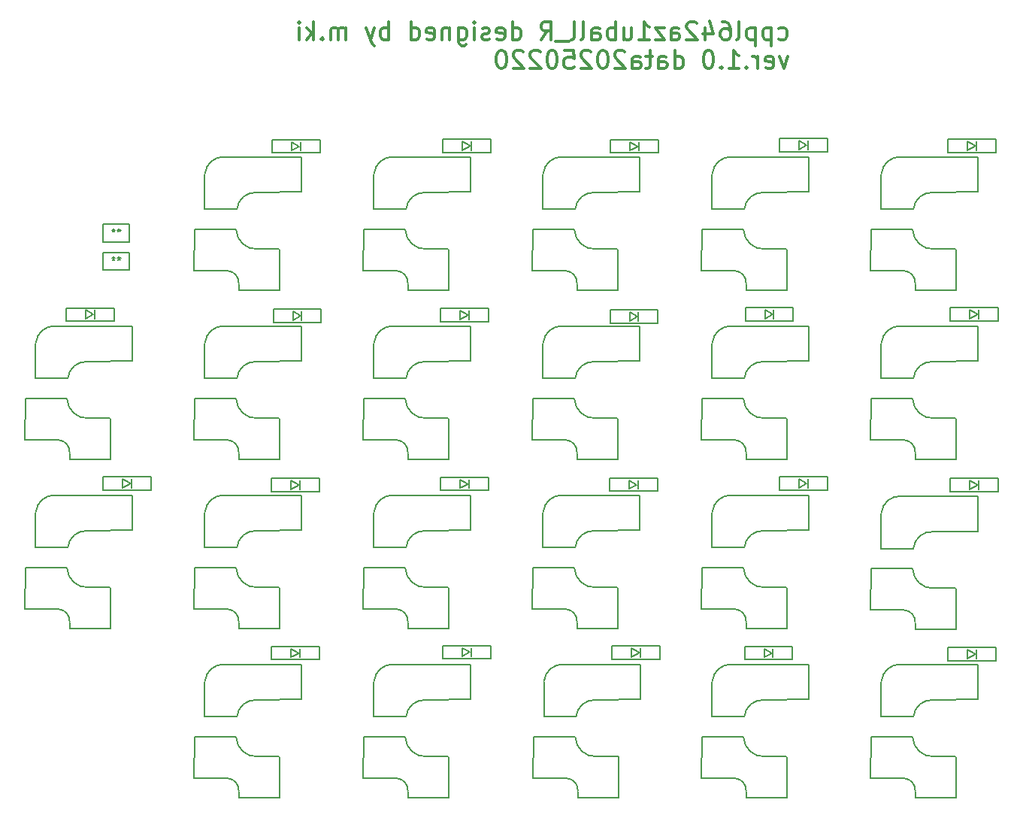
<source format=gbr>
%TF.GenerationSoftware,KiCad,Pcbnew,8.0.7*%
%TF.CreationDate,2025-02-20T17:21:25+09:00*%
%TF.ProjectId,cool642az1uball_R,636f6f6c-3634-4326-917a-317562616c6c,rev?*%
%TF.SameCoordinates,Original*%
%TF.FileFunction,Legend,Bot*%
%TF.FilePolarity,Positive*%
%FSLAX46Y46*%
G04 Gerber Fmt 4.6, Leading zero omitted, Abs format (unit mm)*
G04 Created by KiCad (PCBNEW 8.0.7) date 2025-02-20 17:21:25*
%MOMM*%
%LPD*%
G01*
G04 APERTURE LIST*
%ADD10C,0.300000*%
%ADD11C,0.150000*%
G04 APERTURE END LIST*
D10*
X58549298Y20105488D02*
X58739774Y20010249D01*
X58739774Y20010249D02*
X59120727Y20010249D01*
X59120727Y20010249D02*
X59311203Y20105488D01*
X59311203Y20105488D02*
X59406441Y20200726D01*
X59406441Y20200726D02*
X59501679Y20391202D01*
X59501679Y20391202D02*
X59501679Y20962630D01*
X59501679Y20962630D02*
X59406441Y21153107D01*
X59406441Y21153107D02*
X59311203Y21248345D01*
X59311203Y21248345D02*
X59120727Y21343583D01*
X59120727Y21343583D02*
X58739774Y21343583D01*
X58739774Y21343583D02*
X58549298Y21248345D01*
X57692155Y21343583D02*
X57692155Y19343583D01*
X57692155Y21248345D02*
X57501679Y21343583D01*
X57501679Y21343583D02*
X57120726Y21343583D01*
X57120726Y21343583D02*
X56930250Y21248345D01*
X56930250Y21248345D02*
X56835012Y21153107D01*
X56835012Y21153107D02*
X56739774Y20962630D01*
X56739774Y20962630D02*
X56739774Y20391202D01*
X56739774Y20391202D02*
X56835012Y20200726D01*
X56835012Y20200726D02*
X56930250Y20105488D01*
X56930250Y20105488D02*
X57120726Y20010249D01*
X57120726Y20010249D02*
X57501679Y20010249D01*
X57501679Y20010249D02*
X57692155Y20105488D01*
X55882631Y21343583D02*
X55882631Y19343583D01*
X55882631Y21248345D02*
X55692155Y21343583D01*
X55692155Y21343583D02*
X55311202Y21343583D01*
X55311202Y21343583D02*
X55120726Y21248345D01*
X55120726Y21248345D02*
X55025488Y21153107D01*
X55025488Y21153107D02*
X54930250Y20962630D01*
X54930250Y20962630D02*
X54930250Y20391202D01*
X54930250Y20391202D02*
X55025488Y20200726D01*
X55025488Y20200726D02*
X55120726Y20105488D01*
X55120726Y20105488D02*
X55311202Y20010249D01*
X55311202Y20010249D02*
X55692155Y20010249D01*
X55692155Y20010249D02*
X55882631Y20105488D01*
X53787393Y20010249D02*
X53977869Y20105488D01*
X53977869Y20105488D02*
X54073107Y20295964D01*
X54073107Y20295964D02*
X54073107Y22010249D01*
X52168345Y22010249D02*
X52549298Y22010249D01*
X52549298Y22010249D02*
X52739774Y21915011D01*
X52739774Y21915011D02*
X52835012Y21819773D01*
X52835012Y21819773D02*
X53025488Y21534059D01*
X53025488Y21534059D02*
X53120726Y21153107D01*
X53120726Y21153107D02*
X53120726Y20391202D01*
X53120726Y20391202D02*
X53025488Y20200726D01*
X53025488Y20200726D02*
X52930250Y20105488D01*
X52930250Y20105488D02*
X52739774Y20010249D01*
X52739774Y20010249D02*
X52358821Y20010249D01*
X52358821Y20010249D02*
X52168345Y20105488D01*
X52168345Y20105488D02*
X52073107Y20200726D01*
X52073107Y20200726D02*
X51977869Y20391202D01*
X51977869Y20391202D02*
X51977869Y20867392D01*
X51977869Y20867392D02*
X52073107Y21057868D01*
X52073107Y21057868D02*
X52168345Y21153107D01*
X52168345Y21153107D02*
X52358821Y21248345D01*
X52358821Y21248345D02*
X52739774Y21248345D01*
X52739774Y21248345D02*
X52930250Y21153107D01*
X52930250Y21153107D02*
X53025488Y21057868D01*
X53025488Y21057868D02*
X53120726Y20867392D01*
X50263583Y21343583D02*
X50263583Y20010249D01*
X50739774Y22105488D02*
X51215964Y20676916D01*
X51215964Y20676916D02*
X49977869Y20676916D01*
X49311202Y21819773D02*
X49215964Y21915011D01*
X49215964Y21915011D02*
X49025488Y22010249D01*
X49025488Y22010249D02*
X48549297Y22010249D01*
X48549297Y22010249D02*
X48358821Y21915011D01*
X48358821Y21915011D02*
X48263583Y21819773D01*
X48263583Y21819773D02*
X48168345Y21629297D01*
X48168345Y21629297D02*
X48168345Y21438821D01*
X48168345Y21438821D02*
X48263583Y21153107D01*
X48263583Y21153107D02*
X49406440Y20010249D01*
X49406440Y20010249D02*
X48168345Y20010249D01*
X46454059Y20010249D02*
X46454059Y21057868D01*
X46454059Y21057868D02*
X46549297Y21248345D01*
X46549297Y21248345D02*
X46739773Y21343583D01*
X46739773Y21343583D02*
X47120726Y21343583D01*
X47120726Y21343583D02*
X47311202Y21248345D01*
X46454059Y20105488D02*
X46644535Y20010249D01*
X46644535Y20010249D02*
X47120726Y20010249D01*
X47120726Y20010249D02*
X47311202Y20105488D01*
X47311202Y20105488D02*
X47406440Y20295964D01*
X47406440Y20295964D02*
X47406440Y20486440D01*
X47406440Y20486440D02*
X47311202Y20676916D01*
X47311202Y20676916D02*
X47120726Y20772154D01*
X47120726Y20772154D02*
X46644535Y20772154D01*
X46644535Y20772154D02*
X46454059Y20867392D01*
X45692154Y21343583D02*
X44644535Y21343583D01*
X44644535Y21343583D02*
X45692154Y20010249D01*
X45692154Y20010249D02*
X44644535Y20010249D01*
X42835011Y20010249D02*
X43977868Y20010249D01*
X43406440Y20010249D02*
X43406440Y22010249D01*
X43406440Y22010249D02*
X43596916Y21724535D01*
X43596916Y21724535D02*
X43787392Y21534059D01*
X43787392Y21534059D02*
X43977868Y21438821D01*
X41120725Y21343583D02*
X41120725Y20010249D01*
X41977868Y21343583D02*
X41977868Y20295964D01*
X41977868Y20295964D02*
X41882630Y20105488D01*
X41882630Y20105488D02*
X41692154Y20010249D01*
X41692154Y20010249D02*
X41406439Y20010249D01*
X41406439Y20010249D02*
X41215963Y20105488D01*
X41215963Y20105488D02*
X41120725Y20200726D01*
X40168344Y20010249D02*
X40168344Y22010249D01*
X40168344Y21248345D02*
X39977868Y21343583D01*
X39977868Y21343583D02*
X39596915Y21343583D01*
X39596915Y21343583D02*
X39406439Y21248345D01*
X39406439Y21248345D02*
X39311201Y21153107D01*
X39311201Y21153107D02*
X39215963Y20962630D01*
X39215963Y20962630D02*
X39215963Y20391202D01*
X39215963Y20391202D02*
X39311201Y20200726D01*
X39311201Y20200726D02*
X39406439Y20105488D01*
X39406439Y20105488D02*
X39596915Y20010249D01*
X39596915Y20010249D02*
X39977868Y20010249D01*
X39977868Y20010249D02*
X40168344Y20105488D01*
X37501677Y20010249D02*
X37501677Y21057868D01*
X37501677Y21057868D02*
X37596915Y21248345D01*
X37596915Y21248345D02*
X37787391Y21343583D01*
X37787391Y21343583D02*
X38168344Y21343583D01*
X38168344Y21343583D02*
X38358820Y21248345D01*
X37501677Y20105488D02*
X37692153Y20010249D01*
X37692153Y20010249D02*
X38168344Y20010249D01*
X38168344Y20010249D02*
X38358820Y20105488D01*
X38358820Y20105488D02*
X38454058Y20295964D01*
X38454058Y20295964D02*
X38454058Y20486440D01*
X38454058Y20486440D02*
X38358820Y20676916D01*
X38358820Y20676916D02*
X38168344Y20772154D01*
X38168344Y20772154D02*
X37692153Y20772154D01*
X37692153Y20772154D02*
X37501677Y20867392D01*
X36263582Y20010249D02*
X36454058Y20105488D01*
X36454058Y20105488D02*
X36549296Y20295964D01*
X36549296Y20295964D02*
X36549296Y22010249D01*
X35215963Y20010249D02*
X35406439Y20105488D01*
X35406439Y20105488D02*
X35501677Y20295964D01*
X35501677Y20295964D02*
X35501677Y22010249D01*
X34930249Y19819773D02*
X33406439Y19819773D01*
X31787391Y20010249D02*
X32454058Y20962630D01*
X32930248Y20010249D02*
X32930248Y22010249D01*
X32930248Y22010249D02*
X32168343Y22010249D01*
X32168343Y22010249D02*
X31977867Y21915011D01*
X31977867Y21915011D02*
X31882629Y21819773D01*
X31882629Y21819773D02*
X31787391Y21629297D01*
X31787391Y21629297D02*
X31787391Y21343583D01*
X31787391Y21343583D02*
X31882629Y21153107D01*
X31882629Y21153107D02*
X31977867Y21057868D01*
X31977867Y21057868D02*
X32168343Y20962630D01*
X32168343Y20962630D02*
X32930248Y20962630D01*
X28549295Y20010249D02*
X28549295Y22010249D01*
X28549295Y20105488D02*
X28739771Y20010249D01*
X28739771Y20010249D02*
X29120724Y20010249D01*
X29120724Y20010249D02*
X29311200Y20105488D01*
X29311200Y20105488D02*
X29406438Y20200726D01*
X29406438Y20200726D02*
X29501676Y20391202D01*
X29501676Y20391202D02*
X29501676Y20962630D01*
X29501676Y20962630D02*
X29406438Y21153107D01*
X29406438Y21153107D02*
X29311200Y21248345D01*
X29311200Y21248345D02*
X29120724Y21343583D01*
X29120724Y21343583D02*
X28739771Y21343583D01*
X28739771Y21343583D02*
X28549295Y21248345D01*
X26835009Y20105488D02*
X27025485Y20010249D01*
X27025485Y20010249D02*
X27406438Y20010249D01*
X27406438Y20010249D02*
X27596914Y20105488D01*
X27596914Y20105488D02*
X27692152Y20295964D01*
X27692152Y20295964D02*
X27692152Y21057868D01*
X27692152Y21057868D02*
X27596914Y21248345D01*
X27596914Y21248345D02*
X27406438Y21343583D01*
X27406438Y21343583D02*
X27025485Y21343583D01*
X27025485Y21343583D02*
X26835009Y21248345D01*
X26835009Y21248345D02*
X26739771Y21057868D01*
X26739771Y21057868D02*
X26739771Y20867392D01*
X26739771Y20867392D02*
X27692152Y20676916D01*
X25977866Y20105488D02*
X25787390Y20010249D01*
X25787390Y20010249D02*
X25406438Y20010249D01*
X25406438Y20010249D02*
X25215961Y20105488D01*
X25215961Y20105488D02*
X25120723Y20295964D01*
X25120723Y20295964D02*
X25120723Y20391202D01*
X25120723Y20391202D02*
X25215961Y20581678D01*
X25215961Y20581678D02*
X25406438Y20676916D01*
X25406438Y20676916D02*
X25692152Y20676916D01*
X25692152Y20676916D02*
X25882628Y20772154D01*
X25882628Y20772154D02*
X25977866Y20962630D01*
X25977866Y20962630D02*
X25977866Y21057868D01*
X25977866Y21057868D02*
X25882628Y21248345D01*
X25882628Y21248345D02*
X25692152Y21343583D01*
X25692152Y21343583D02*
X25406438Y21343583D01*
X25406438Y21343583D02*
X25215961Y21248345D01*
X24263580Y20010249D02*
X24263580Y21343583D01*
X24263580Y22010249D02*
X24358818Y21915011D01*
X24358818Y21915011D02*
X24263580Y21819773D01*
X24263580Y21819773D02*
X24168342Y21915011D01*
X24168342Y21915011D02*
X24263580Y22010249D01*
X24263580Y22010249D02*
X24263580Y21819773D01*
X22454056Y21343583D02*
X22454056Y19724535D01*
X22454056Y19724535D02*
X22549294Y19534059D01*
X22549294Y19534059D02*
X22644532Y19438821D01*
X22644532Y19438821D02*
X22835009Y19343583D01*
X22835009Y19343583D02*
X23120723Y19343583D01*
X23120723Y19343583D02*
X23311199Y19438821D01*
X22454056Y20105488D02*
X22644532Y20010249D01*
X22644532Y20010249D02*
X23025485Y20010249D01*
X23025485Y20010249D02*
X23215961Y20105488D01*
X23215961Y20105488D02*
X23311199Y20200726D01*
X23311199Y20200726D02*
X23406437Y20391202D01*
X23406437Y20391202D02*
X23406437Y20962630D01*
X23406437Y20962630D02*
X23311199Y21153107D01*
X23311199Y21153107D02*
X23215961Y21248345D01*
X23215961Y21248345D02*
X23025485Y21343583D01*
X23025485Y21343583D02*
X22644532Y21343583D01*
X22644532Y21343583D02*
X22454056Y21248345D01*
X21501675Y21343583D02*
X21501675Y20010249D01*
X21501675Y21153107D02*
X21406437Y21248345D01*
X21406437Y21248345D02*
X21215961Y21343583D01*
X21215961Y21343583D02*
X20930246Y21343583D01*
X20930246Y21343583D02*
X20739770Y21248345D01*
X20739770Y21248345D02*
X20644532Y21057868D01*
X20644532Y21057868D02*
X20644532Y20010249D01*
X18930246Y20105488D02*
X19120722Y20010249D01*
X19120722Y20010249D02*
X19501675Y20010249D01*
X19501675Y20010249D02*
X19692151Y20105488D01*
X19692151Y20105488D02*
X19787389Y20295964D01*
X19787389Y20295964D02*
X19787389Y21057868D01*
X19787389Y21057868D02*
X19692151Y21248345D01*
X19692151Y21248345D02*
X19501675Y21343583D01*
X19501675Y21343583D02*
X19120722Y21343583D01*
X19120722Y21343583D02*
X18930246Y21248345D01*
X18930246Y21248345D02*
X18835008Y21057868D01*
X18835008Y21057868D02*
X18835008Y20867392D01*
X18835008Y20867392D02*
X19787389Y20676916D01*
X17120722Y20010249D02*
X17120722Y22010249D01*
X17120722Y20105488D02*
X17311198Y20010249D01*
X17311198Y20010249D02*
X17692151Y20010249D01*
X17692151Y20010249D02*
X17882627Y20105488D01*
X17882627Y20105488D02*
X17977865Y20200726D01*
X17977865Y20200726D02*
X18073103Y20391202D01*
X18073103Y20391202D02*
X18073103Y20962630D01*
X18073103Y20962630D02*
X17977865Y21153107D01*
X17977865Y21153107D02*
X17882627Y21248345D01*
X17882627Y21248345D02*
X17692151Y21343583D01*
X17692151Y21343583D02*
X17311198Y21343583D01*
X17311198Y21343583D02*
X17120722Y21248345D01*
X14644531Y20010249D02*
X14644531Y22010249D01*
X14644531Y21248345D02*
X14454055Y21343583D01*
X14454055Y21343583D02*
X14073102Y21343583D01*
X14073102Y21343583D02*
X13882626Y21248345D01*
X13882626Y21248345D02*
X13787388Y21153107D01*
X13787388Y21153107D02*
X13692150Y20962630D01*
X13692150Y20962630D02*
X13692150Y20391202D01*
X13692150Y20391202D02*
X13787388Y20200726D01*
X13787388Y20200726D02*
X13882626Y20105488D01*
X13882626Y20105488D02*
X14073102Y20010249D01*
X14073102Y20010249D02*
X14454055Y20010249D01*
X14454055Y20010249D02*
X14644531Y20105488D01*
X13025483Y21343583D02*
X12549293Y20010249D01*
X12073102Y21343583D02*
X12549293Y20010249D01*
X12549293Y20010249D02*
X12739769Y19534059D01*
X12739769Y19534059D02*
X12835007Y19438821D01*
X12835007Y19438821D02*
X13025483Y19343583D01*
X9787387Y20010249D02*
X9787387Y21343583D01*
X9787387Y21153107D02*
X9692149Y21248345D01*
X9692149Y21248345D02*
X9501673Y21343583D01*
X9501673Y21343583D02*
X9215958Y21343583D01*
X9215958Y21343583D02*
X9025482Y21248345D01*
X9025482Y21248345D02*
X8930244Y21057868D01*
X8930244Y21057868D02*
X8930244Y20010249D01*
X8930244Y21057868D02*
X8835006Y21248345D01*
X8835006Y21248345D02*
X8644530Y21343583D01*
X8644530Y21343583D02*
X8358816Y21343583D01*
X8358816Y21343583D02*
X8168339Y21248345D01*
X8168339Y21248345D02*
X8073101Y21057868D01*
X8073101Y21057868D02*
X8073101Y20010249D01*
X7120720Y20200726D02*
X7025482Y20105488D01*
X7025482Y20105488D02*
X7120720Y20010249D01*
X7120720Y20010249D02*
X7215958Y20105488D01*
X7215958Y20105488D02*
X7120720Y20200726D01*
X7120720Y20200726D02*
X7120720Y20010249D01*
X6168339Y20010249D02*
X6168339Y22010249D01*
X5977863Y20772154D02*
X5406434Y20010249D01*
X5406434Y21343583D02*
X6168339Y20581678D01*
X4549291Y20010249D02*
X4549291Y21343583D01*
X4549291Y22010249D02*
X4644529Y21915011D01*
X4644529Y21915011D02*
X4549291Y21819773D01*
X4549291Y21819773D02*
X4454053Y21915011D01*
X4454053Y21915011D02*
X4549291Y22010249D01*
X4549291Y22010249D02*
X4549291Y21819773D01*
X59596917Y18123695D02*
X59120727Y16790361D01*
X59120727Y16790361D02*
X58644536Y18123695D01*
X57120726Y16885600D02*
X57311202Y16790361D01*
X57311202Y16790361D02*
X57692155Y16790361D01*
X57692155Y16790361D02*
X57882631Y16885600D01*
X57882631Y16885600D02*
X57977869Y17076076D01*
X57977869Y17076076D02*
X57977869Y17837980D01*
X57977869Y17837980D02*
X57882631Y18028457D01*
X57882631Y18028457D02*
X57692155Y18123695D01*
X57692155Y18123695D02*
X57311202Y18123695D01*
X57311202Y18123695D02*
X57120726Y18028457D01*
X57120726Y18028457D02*
X57025488Y17837980D01*
X57025488Y17837980D02*
X57025488Y17647504D01*
X57025488Y17647504D02*
X57977869Y17457028D01*
X56168345Y16790361D02*
X56168345Y18123695D01*
X56168345Y17742742D02*
X56073107Y17933219D01*
X56073107Y17933219D02*
X55977869Y18028457D01*
X55977869Y18028457D02*
X55787393Y18123695D01*
X55787393Y18123695D02*
X55596916Y18123695D01*
X54930250Y16980838D02*
X54835012Y16885600D01*
X54835012Y16885600D02*
X54930250Y16790361D01*
X54930250Y16790361D02*
X55025488Y16885600D01*
X55025488Y16885600D02*
X54930250Y16980838D01*
X54930250Y16980838D02*
X54930250Y16790361D01*
X52930250Y16790361D02*
X54073107Y16790361D01*
X53501679Y16790361D02*
X53501679Y18790361D01*
X53501679Y18790361D02*
X53692155Y18504647D01*
X53692155Y18504647D02*
X53882631Y18314171D01*
X53882631Y18314171D02*
X54073107Y18218933D01*
X52073107Y16980838D02*
X51977869Y16885600D01*
X51977869Y16885600D02*
X52073107Y16790361D01*
X52073107Y16790361D02*
X52168345Y16885600D01*
X52168345Y16885600D02*
X52073107Y16980838D01*
X52073107Y16980838D02*
X52073107Y16790361D01*
X50739774Y18790361D02*
X50549297Y18790361D01*
X50549297Y18790361D02*
X50358821Y18695123D01*
X50358821Y18695123D02*
X50263583Y18599885D01*
X50263583Y18599885D02*
X50168345Y18409409D01*
X50168345Y18409409D02*
X50073107Y18028457D01*
X50073107Y18028457D02*
X50073107Y17552266D01*
X50073107Y17552266D02*
X50168345Y17171314D01*
X50168345Y17171314D02*
X50263583Y16980838D01*
X50263583Y16980838D02*
X50358821Y16885600D01*
X50358821Y16885600D02*
X50549297Y16790361D01*
X50549297Y16790361D02*
X50739774Y16790361D01*
X50739774Y16790361D02*
X50930250Y16885600D01*
X50930250Y16885600D02*
X51025488Y16980838D01*
X51025488Y16980838D02*
X51120726Y17171314D01*
X51120726Y17171314D02*
X51215964Y17552266D01*
X51215964Y17552266D02*
X51215964Y18028457D01*
X51215964Y18028457D02*
X51120726Y18409409D01*
X51120726Y18409409D02*
X51025488Y18599885D01*
X51025488Y18599885D02*
X50930250Y18695123D01*
X50930250Y18695123D02*
X50739774Y18790361D01*
X46835011Y16790361D02*
X46835011Y18790361D01*
X46835011Y16885600D02*
X47025487Y16790361D01*
X47025487Y16790361D02*
X47406440Y16790361D01*
X47406440Y16790361D02*
X47596916Y16885600D01*
X47596916Y16885600D02*
X47692154Y16980838D01*
X47692154Y16980838D02*
X47787392Y17171314D01*
X47787392Y17171314D02*
X47787392Y17742742D01*
X47787392Y17742742D02*
X47692154Y17933219D01*
X47692154Y17933219D02*
X47596916Y18028457D01*
X47596916Y18028457D02*
X47406440Y18123695D01*
X47406440Y18123695D02*
X47025487Y18123695D01*
X47025487Y18123695D02*
X46835011Y18028457D01*
X45025487Y16790361D02*
X45025487Y17837980D01*
X45025487Y17837980D02*
X45120725Y18028457D01*
X45120725Y18028457D02*
X45311201Y18123695D01*
X45311201Y18123695D02*
X45692154Y18123695D01*
X45692154Y18123695D02*
X45882630Y18028457D01*
X45025487Y16885600D02*
X45215963Y16790361D01*
X45215963Y16790361D02*
X45692154Y16790361D01*
X45692154Y16790361D02*
X45882630Y16885600D01*
X45882630Y16885600D02*
X45977868Y17076076D01*
X45977868Y17076076D02*
X45977868Y17266552D01*
X45977868Y17266552D02*
X45882630Y17457028D01*
X45882630Y17457028D02*
X45692154Y17552266D01*
X45692154Y17552266D02*
X45215963Y17552266D01*
X45215963Y17552266D02*
X45025487Y17647504D01*
X44358820Y18123695D02*
X43596916Y18123695D01*
X44073106Y18790361D02*
X44073106Y17076076D01*
X44073106Y17076076D02*
X43977868Y16885600D01*
X43977868Y16885600D02*
X43787392Y16790361D01*
X43787392Y16790361D02*
X43596916Y16790361D01*
X42073106Y16790361D02*
X42073106Y17837980D01*
X42073106Y17837980D02*
X42168344Y18028457D01*
X42168344Y18028457D02*
X42358820Y18123695D01*
X42358820Y18123695D02*
X42739773Y18123695D01*
X42739773Y18123695D02*
X42930249Y18028457D01*
X42073106Y16885600D02*
X42263582Y16790361D01*
X42263582Y16790361D02*
X42739773Y16790361D01*
X42739773Y16790361D02*
X42930249Y16885600D01*
X42930249Y16885600D02*
X43025487Y17076076D01*
X43025487Y17076076D02*
X43025487Y17266552D01*
X43025487Y17266552D02*
X42930249Y17457028D01*
X42930249Y17457028D02*
X42739773Y17552266D01*
X42739773Y17552266D02*
X42263582Y17552266D01*
X42263582Y17552266D02*
X42073106Y17647504D01*
X41215963Y18599885D02*
X41120725Y18695123D01*
X41120725Y18695123D02*
X40930249Y18790361D01*
X40930249Y18790361D02*
X40454058Y18790361D01*
X40454058Y18790361D02*
X40263582Y18695123D01*
X40263582Y18695123D02*
X40168344Y18599885D01*
X40168344Y18599885D02*
X40073106Y18409409D01*
X40073106Y18409409D02*
X40073106Y18218933D01*
X40073106Y18218933D02*
X40168344Y17933219D01*
X40168344Y17933219D02*
X41311201Y16790361D01*
X41311201Y16790361D02*
X40073106Y16790361D01*
X38835011Y18790361D02*
X38644534Y18790361D01*
X38644534Y18790361D02*
X38454058Y18695123D01*
X38454058Y18695123D02*
X38358820Y18599885D01*
X38358820Y18599885D02*
X38263582Y18409409D01*
X38263582Y18409409D02*
X38168344Y18028457D01*
X38168344Y18028457D02*
X38168344Y17552266D01*
X38168344Y17552266D02*
X38263582Y17171314D01*
X38263582Y17171314D02*
X38358820Y16980838D01*
X38358820Y16980838D02*
X38454058Y16885600D01*
X38454058Y16885600D02*
X38644534Y16790361D01*
X38644534Y16790361D02*
X38835011Y16790361D01*
X38835011Y16790361D02*
X39025487Y16885600D01*
X39025487Y16885600D02*
X39120725Y16980838D01*
X39120725Y16980838D02*
X39215963Y17171314D01*
X39215963Y17171314D02*
X39311201Y17552266D01*
X39311201Y17552266D02*
X39311201Y18028457D01*
X39311201Y18028457D02*
X39215963Y18409409D01*
X39215963Y18409409D02*
X39120725Y18599885D01*
X39120725Y18599885D02*
X39025487Y18695123D01*
X39025487Y18695123D02*
X38835011Y18790361D01*
X37406439Y18599885D02*
X37311201Y18695123D01*
X37311201Y18695123D02*
X37120725Y18790361D01*
X37120725Y18790361D02*
X36644534Y18790361D01*
X36644534Y18790361D02*
X36454058Y18695123D01*
X36454058Y18695123D02*
X36358820Y18599885D01*
X36358820Y18599885D02*
X36263582Y18409409D01*
X36263582Y18409409D02*
X36263582Y18218933D01*
X36263582Y18218933D02*
X36358820Y17933219D01*
X36358820Y17933219D02*
X37501677Y16790361D01*
X37501677Y16790361D02*
X36263582Y16790361D01*
X34454058Y18790361D02*
X35406439Y18790361D01*
X35406439Y18790361D02*
X35501677Y17837980D01*
X35501677Y17837980D02*
X35406439Y17933219D01*
X35406439Y17933219D02*
X35215963Y18028457D01*
X35215963Y18028457D02*
X34739772Y18028457D01*
X34739772Y18028457D02*
X34549296Y17933219D01*
X34549296Y17933219D02*
X34454058Y17837980D01*
X34454058Y17837980D02*
X34358820Y17647504D01*
X34358820Y17647504D02*
X34358820Y17171314D01*
X34358820Y17171314D02*
X34454058Y16980838D01*
X34454058Y16980838D02*
X34549296Y16885600D01*
X34549296Y16885600D02*
X34739772Y16790361D01*
X34739772Y16790361D02*
X35215963Y16790361D01*
X35215963Y16790361D02*
X35406439Y16885600D01*
X35406439Y16885600D02*
X35501677Y16980838D01*
X33120725Y18790361D02*
X32930248Y18790361D01*
X32930248Y18790361D02*
X32739772Y18695123D01*
X32739772Y18695123D02*
X32644534Y18599885D01*
X32644534Y18599885D02*
X32549296Y18409409D01*
X32549296Y18409409D02*
X32454058Y18028457D01*
X32454058Y18028457D02*
X32454058Y17552266D01*
X32454058Y17552266D02*
X32549296Y17171314D01*
X32549296Y17171314D02*
X32644534Y16980838D01*
X32644534Y16980838D02*
X32739772Y16885600D01*
X32739772Y16885600D02*
X32930248Y16790361D01*
X32930248Y16790361D02*
X33120725Y16790361D01*
X33120725Y16790361D02*
X33311201Y16885600D01*
X33311201Y16885600D02*
X33406439Y16980838D01*
X33406439Y16980838D02*
X33501677Y17171314D01*
X33501677Y17171314D02*
X33596915Y17552266D01*
X33596915Y17552266D02*
X33596915Y18028457D01*
X33596915Y18028457D02*
X33501677Y18409409D01*
X33501677Y18409409D02*
X33406439Y18599885D01*
X33406439Y18599885D02*
X33311201Y18695123D01*
X33311201Y18695123D02*
X33120725Y18790361D01*
X31692153Y18599885D02*
X31596915Y18695123D01*
X31596915Y18695123D02*
X31406439Y18790361D01*
X31406439Y18790361D02*
X30930248Y18790361D01*
X30930248Y18790361D02*
X30739772Y18695123D01*
X30739772Y18695123D02*
X30644534Y18599885D01*
X30644534Y18599885D02*
X30549296Y18409409D01*
X30549296Y18409409D02*
X30549296Y18218933D01*
X30549296Y18218933D02*
X30644534Y17933219D01*
X30644534Y17933219D02*
X31787391Y16790361D01*
X31787391Y16790361D02*
X30549296Y16790361D01*
X29787391Y18599885D02*
X29692153Y18695123D01*
X29692153Y18695123D02*
X29501677Y18790361D01*
X29501677Y18790361D02*
X29025486Y18790361D01*
X29025486Y18790361D02*
X28835010Y18695123D01*
X28835010Y18695123D02*
X28739772Y18599885D01*
X28739772Y18599885D02*
X28644534Y18409409D01*
X28644534Y18409409D02*
X28644534Y18218933D01*
X28644534Y18218933D02*
X28739772Y17933219D01*
X28739772Y17933219D02*
X29882629Y16790361D01*
X29882629Y16790361D02*
X28644534Y16790361D01*
X27406439Y18790361D02*
X27215962Y18790361D01*
X27215962Y18790361D02*
X27025486Y18695123D01*
X27025486Y18695123D02*
X26930248Y18599885D01*
X26930248Y18599885D02*
X26835010Y18409409D01*
X26835010Y18409409D02*
X26739772Y18028457D01*
X26739772Y18028457D02*
X26739772Y17552266D01*
X26739772Y17552266D02*
X26835010Y17171314D01*
X26835010Y17171314D02*
X26930248Y16980838D01*
X26930248Y16980838D02*
X27025486Y16885600D01*
X27025486Y16885600D02*
X27215962Y16790361D01*
X27215962Y16790361D02*
X27406439Y16790361D01*
X27406439Y16790361D02*
X27596915Y16885600D01*
X27596915Y16885600D02*
X27692153Y16980838D01*
X27692153Y16980838D02*
X27787391Y17171314D01*
X27787391Y17171314D02*
X27882629Y17552266D01*
X27882629Y17552266D02*
X27882629Y18028457D01*
X27882629Y18028457D02*
X27787391Y18409409D01*
X27787391Y18409409D02*
X27692153Y18599885D01*
X27692153Y18599885D02*
X27596915Y18695123D01*
X27596915Y18695123D02*
X27406439Y18790361D01*
D11*
X-15766362Y-1280396D02*
X-15766362Y-1473920D01*
X-15572838Y-1396511D02*
X-15766362Y-1473920D01*
X-15766362Y-1473920D02*
X-15959885Y-1396511D01*
X-15650247Y-1628739D02*
X-15766362Y-1473920D01*
X-15766362Y-1473920D02*
X-15882476Y-1628739D01*
X-16385638Y-1280396D02*
X-16385638Y-1473920D01*
X-16192114Y-1396511D02*
X-16385638Y-1473920D01*
X-16385638Y-1473920D02*
X-16579161Y-1396511D01*
X-16269523Y-1628739D02*
X-16385638Y-1473920D01*
X-16385638Y-1473920D02*
X-16501752Y-1628739D01*
X-15766362Y-4431916D02*
X-15766362Y-4625440D01*
X-15572838Y-4548031D02*
X-15766362Y-4625440D01*
X-15766362Y-4625440D02*
X-15959885Y-4548031D01*
X-15650247Y-4780259D02*
X-15766362Y-4625440D01*
X-15766362Y-4625440D02*
X-15882476Y-4780259D01*
X-16385638Y-4431916D02*
X-16385638Y-4625440D01*
X-16192114Y-4548031D02*
X-16385638Y-4625440D01*
X-16385638Y-4625440D02*
X-16579161Y-4548031D01*
X-16269523Y-4780259D02*
X-16385638Y-4625440D01*
X-16385638Y-4625440D02*
X-16501752Y-4780259D01*
%TO.C,D7*%
X20450000Y-29260000D02*
X20450000Y-30760000D01*
X20450000Y-30760000D02*
X25850000Y-30760000D01*
X22650000Y-29510000D02*
X23550000Y-30010000D01*
X22650000Y-30510000D02*
X22650000Y-29510000D01*
X23550000Y-30010000D02*
X22650000Y-30510000D01*
X23650000Y-30510000D02*
X23650000Y-29510000D01*
X25850000Y-29260000D02*
X20450000Y-29260000D01*
X25850000Y-30760000D02*
X25850000Y-29260000D01*
%TO.C,D11*%
X39480000Y-29350000D02*
X39480000Y-30850000D01*
X39480000Y-30850000D02*
X44880000Y-30850000D01*
X41680000Y-29600000D02*
X42580000Y-30100000D01*
X41680000Y-30600000D02*
X41680000Y-29600000D01*
X42580000Y-30100000D02*
X41680000Y-30600000D01*
X42680000Y-30600000D02*
X42680000Y-29600000D01*
X44880000Y-29350000D02*
X39480000Y-29350000D01*
X44880000Y-30850000D02*
X44880000Y-29350000D01*
%TO.C,SW1*%
X-7275000Y-1400000D02*
X-7300000Y-6000000D01*
X-6100000Y4850000D02*
X-6100000Y905000D01*
X-6100000Y896000D02*
X-2490000Y896000D01*
X-3500000Y-6025000D02*
X-7275000Y-6025000D01*
X-2575000Y-1375000D02*
X-7275000Y-1375000D01*
X-2280000Y-7500000D02*
X-2280000Y-8200000D01*
X2275000Y-3575000D02*
X-275000Y-3575000D01*
X2275000Y-8225000D02*
X-2275000Y-8225000D01*
X2300000Y-3600000D02*
X2300000Y-8200000D01*
X4800000Y6804000D02*
X-3825000Y6804000D01*
X4800000Y2896000D02*
X4800000Y6804000D01*
X4800000Y2850000D02*
X-250000Y2804000D01*
X-6089000Y4920000D02*
G75*
G02*
X-3825000Y6804000I2074000J-190000D01*
G01*
X-3500000Y-6030000D02*
G75*
G02*
X-2280000Y-7450000I-100000J-1320000D01*
G01*
X-2485000Y920000D02*
G75*
G02*
X-225000Y2800000I2070000J-190000D01*
G01*
X-200000Y-3570000D02*
G75*
G02*
X-2570000Y-1400000I-100000J2270000D01*
G01*
%TO.C,D20*%
X77620000Y-48450000D02*
X77620000Y-49950000D01*
X77620000Y-49950000D02*
X83020000Y-49950000D01*
X79820000Y-48700000D02*
X80720000Y-49200000D01*
X79820000Y-49700000D02*
X79820000Y-48700000D01*
X80720000Y-49200000D02*
X79820000Y-49700000D01*
X80820000Y-49700000D02*
X80820000Y-48700000D01*
X83020000Y-48450000D02*
X77620000Y-48450000D01*
X83020000Y-49950000D02*
X83020000Y-48450000D01*
%TO.C,SW8*%
X-26325000Y-39500000D02*
X-26350000Y-44100000D01*
X-25150000Y-33250000D02*
X-25150000Y-37195000D01*
X-25150000Y-37204000D02*
X-21540000Y-37204000D01*
X-22550000Y-44125000D02*
X-26325000Y-44125000D01*
X-21625000Y-39475000D02*
X-26325000Y-39475000D01*
X-21330000Y-45600000D02*
X-21330000Y-46300000D01*
X-16775000Y-41675000D02*
X-19325000Y-41675000D01*
X-16775000Y-46325000D02*
X-21325000Y-46325000D01*
X-16750000Y-41700000D02*
X-16750000Y-46300000D01*
X-14250000Y-31296000D02*
X-22875000Y-31296000D01*
X-14250000Y-35204000D02*
X-14250000Y-31296000D01*
X-14250000Y-35250000D02*
X-19300000Y-35296000D01*
X-25139000Y-33180000D02*
G75*
G02*
X-22875000Y-31296000I2074000J-190000D01*
G01*
X-22550000Y-44130000D02*
G75*
G02*
X-21330000Y-45550000I-100000J-1320000D01*
G01*
X-21535000Y-37180000D02*
G75*
G02*
X-19275000Y-35300000I2070000J-190000D01*
G01*
X-19250000Y-41670000D02*
G75*
G02*
X-21620000Y-39500000I-100000J2270000D01*
G01*
%TO.C,D13*%
X58610000Y8890000D02*
X58610000Y7390000D01*
X58610000Y7390000D02*
X64010000Y7390000D01*
X60810000Y8640000D02*
X61710000Y8140000D01*
X60810000Y7640000D02*
X60810000Y8640000D01*
X61710000Y8140000D02*
X60810000Y7640000D01*
X61810000Y7640000D02*
X61810000Y8640000D01*
X64010000Y8890000D02*
X58610000Y8890000D01*
X64010000Y7390000D02*
X64010000Y8890000D01*
%TO.C,SW16*%
X11775000Y-58550000D02*
X11750000Y-63150000D01*
X12950000Y-52300000D02*
X12950000Y-56245000D01*
X12950000Y-56254000D02*
X16560000Y-56254000D01*
X15550000Y-63175000D02*
X11775000Y-63175000D01*
X16475000Y-58525000D02*
X11775000Y-58525000D01*
X16770000Y-64650000D02*
X16770000Y-65350000D01*
X21325000Y-60725000D02*
X18775000Y-60725000D01*
X21325000Y-65375000D02*
X16775000Y-65375000D01*
X21350000Y-60750000D02*
X21350000Y-65350000D01*
X23850000Y-50346000D02*
X15225000Y-50346000D01*
X23850000Y-54254000D02*
X23850000Y-50346000D01*
X23850000Y-54300000D02*
X18800000Y-54346000D01*
X12961000Y-52230000D02*
G75*
G02*
X15225000Y-50346000I2074000J-190000D01*
G01*
X15550000Y-63180000D02*
G75*
G02*
X16770000Y-64600000I-100000J-1320000D01*
G01*
X16565000Y-56230000D02*
G75*
G02*
X18825000Y-54350000I2070000J-190000D01*
G01*
X18850000Y-60720000D02*
G75*
G02*
X16480000Y-58550000I-100000J2270000D01*
G01*
%TO.C,SW13*%
X49875000Y-1400000D02*
X49850000Y-6000000D01*
X51050000Y4850000D02*
X51050000Y905000D01*
X51050000Y896000D02*
X54660000Y896000D01*
X53650000Y-6025000D02*
X49875000Y-6025000D01*
X54575000Y-1375000D02*
X49875000Y-1375000D01*
X54870000Y-7500000D02*
X54870000Y-8200000D01*
X59425000Y-3575000D02*
X56875000Y-3575000D01*
X59425000Y-8225000D02*
X54875000Y-8225000D01*
X59450000Y-3600000D02*
X59450000Y-8200000D01*
X61950000Y6804000D02*
X53325000Y6804000D01*
X61950000Y2896000D02*
X61950000Y6804000D01*
X61950000Y2850000D02*
X56900000Y2804000D01*
X51061000Y4920000D02*
G75*
G02*
X53325000Y6804000I2074000J-190000D01*
G01*
X53650000Y-6030000D02*
G75*
G02*
X54870000Y-7450000I-100000J-1320000D01*
G01*
X54665000Y920000D02*
G75*
G02*
X56925000Y2800000I2070000J-190000D01*
G01*
X56950000Y-3570000D02*
G75*
G02*
X54580000Y-1400000I-100000J2270000D01*
G01*
%TO.C,D15*%
X58610000Y-29200000D02*
X58610000Y-30700000D01*
X58610000Y-30700000D02*
X64010000Y-30700000D01*
X60810000Y-29450000D02*
X61710000Y-29950000D01*
X60810000Y-30450000D02*
X60810000Y-29450000D01*
X61710000Y-29950000D02*
X60810000Y-30450000D01*
X61810000Y-30450000D02*
X61810000Y-29450000D01*
X64010000Y-29200000D02*
X58610000Y-29200000D01*
X64010000Y-30700000D02*
X64010000Y-29200000D01*
%TO.C,D1*%
X1460000Y8750000D02*
X1460000Y7250000D01*
X1460000Y7250000D02*
X6860000Y7250000D01*
X3660000Y8500000D02*
X4560000Y8000000D01*
X3660000Y7500000D02*
X3660000Y8500000D01*
X4560000Y8000000D02*
X3660000Y7500000D01*
X4660000Y7500000D02*
X4660000Y8500000D01*
X6860000Y8750000D02*
X1460000Y8750000D01*
X6860000Y7250000D02*
X6860000Y8750000D01*
%TO.C,D9*%
X39600000Y8750000D02*
X39600000Y7250000D01*
X39600000Y7250000D02*
X45000000Y7250000D01*
X41800000Y8500000D02*
X42700000Y8000000D01*
X41800000Y7500000D02*
X41800000Y8500000D01*
X42700000Y8000000D02*
X41800000Y7500000D01*
X42800000Y7500000D02*
X42800000Y8500000D01*
X45000000Y8750000D02*
X39600000Y8750000D01*
X45000000Y7250000D02*
X45000000Y8750000D01*
%TO.C,D17*%
X77590000Y8810000D02*
X77590000Y7310000D01*
X77590000Y7310000D02*
X82990000Y7310000D01*
X79790000Y8560000D02*
X80690000Y8060000D01*
X79790000Y7560000D02*
X79790000Y8560000D01*
X80690000Y8060000D02*
X79790000Y7560000D01*
X80790000Y7560000D02*
X80790000Y8560000D01*
X82990000Y8810000D02*
X77590000Y8810000D01*
X82990000Y7310000D02*
X82990000Y8810000D01*
%TO.C,D4*%
X-21740000Y-10200000D02*
X-21740000Y-11700000D01*
X-21740000Y-11700000D02*
X-16340000Y-11700000D01*
X-19540000Y-10450000D02*
X-18640000Y-10950000D01*
X-19540000Y-11450000D02*
X-19540000Y-10450000D01*
X-18640000Y-10950000D02*
X-19540000Y-11450000D01*
X-18540000Y-11450000D02*
X-18540000Y-10450000D01*
X-16340000Y-10200000D02*
X-21740000Y-10200000D01*
X-16340000Y-11700000D02*
X-16340000Y-10200000D01*
%TO.C,R1*%
X-17576000Y-788480D02*
X-14576000Y-788480D01*
X-17576000Y-2788480D02*
X-17576000Y-788480D01*
X-14576000Y-788480D02*
X-14576000Y-2788480D01*
X-14576000Y-2788480D02*
X-17576000Y-2788480D01*
%TO.C,D16*%
X20680000Y-48220000D02*
X20680000Y-49720000D01*
X20680000Y-49720000D02*
X26080000Y-49720000D01*
X22880000Y-48470000D02*
X23780000Y-48970000D01*
X22880000Y-49470000D02*
X22880000Y-48470000D01*
X23780000Y-48970000D02*
X22880000Y-49470000D01*
X23880000Y-49470000D02*
X23880000Y-48470000D01*
X26080000Y-48220000D02*
X20680000Y-48220000D01*
X26080000Y-49720000D02*
X26080000Y-48220000D01*
%TO.C,D21*%
X39770000Y-48280000D02*
X39770000Y-49780000D01*
X39770000Y-49780000D02*
X45170000Y-49780000D01*
X41970000Y-48530000D02*
X42870000Y-49030000D01*
X41970000Y-49530000D02*
X41970000Y-48530000D01*
X42870000Y-49030000D02*
X41970000Y-49530000D01*
X42970000Y-49530000D02*
X42970000Y-48530000D01*
X45170000Y-48280000D02*
X39770000Y-48280000D01*
X45170000Y-49780000D02*
X45170000Y-48280000D01*
%TO.C,SW17*%
X68925000Y-1400000D02*
X68900000Y-6000000D01*
X70100000Y4850000D02*
X70100000Y905000D01*
X70100000Y896000D02*
X73710000Y896000D01*
X72700000Y-6025000D02*
X68925000Y-6025000D01*
X73625000Y-1375000D02*
X68925000Y-1375000D01*
X73920000Y-7500000D02*
X73920000Y-8200000D01*
X78475000Y-3575000D02*
X75925000Y-3575000D01*
X78475000Y-8225000D02*
X73925000Y-8225000D01*
X78500000Y-3600000D02*
X78500000Y-8200000D01*
X81000000Y6804000D02*
X72375000Y6804000D01*
X81000000Y2896000D02*
X81000000Y6804000D01*
X81000000Y2850000D02*
X75950000Y2804000D01*
X70111000Y4920000D02*
G75*
G02*
X72375000Y6804000I2074000J-190000D01*
G01*
X72700000Y-6030000D02*
G75*
G02*
X73920000Y-7450000I-100000J-1320000D01*
G01*
X73715000Y920000D02*
G75*
G02*
X75975000Y2800000I2070000J-190000D01*
G01*
X76000000Y-3570000D02*
G75*
G02*
X73630000Y-1400000I-100000J2270000D01*
G01*
%TO.C,D3*%
X1405000Y-29380000D02*
X1405000Y-30880000D01*
X1405000Y-30880000D02*
X6805000Y-30880000D01*
X3605000Y-29630000D02*
X4505000Y-30130000D01*
X3605000Y-30630000D02*
X3605000Y-29630000D01*
X4505000Y-30130000D02*
X3605000Y-30630000D01*
X4605000Y-30630000D02*
X4605000Y-29630000D01*
X6805000Y-29380000D02*
X1405000Y-29380000D01*
X6805000Y-30880000D02*
X6805000Y-29380000D01*
%TO.C,D19*%
X77850000Y-29360000D02*
X77850000Y-30860000D01*
X77850000Y-30860000D02*
X83250000Y-30860000D01*
X80050000Y-29610000D02*
X80950000Y-30110000D01*
X80050000Y-30610000D02*
X80050000Y-29610000D01*
X80950000Y-30110000D02*
X80050000Y-30610000D01*
X81050000Y-30610000D02*
X81050000Y-29610000D01*
X83250000Y-29360000D02*
X77850000Y-29360000D01*
X83250000Y-30860000D02*
X83250000Y-29360000D01*
%TO.C,SW11*%
X30825000Y-39500000D02*
X30800000Y-44100000D01*
X32000000Y-33250000D02*
X32000000Y-37195000D01*
X32000000Y-37204000D02*
X35610000Y-37204000D01*
X34600000Y-44125000D02*
X30825000Y-44125000D01*
X35525000Y-39475000D02*
X30825000Y-39475000D01*
X35820000Y-45600000D02*
X35820000Y-46300000D01*
X40375000Y-41675000D02*
X37825000Y-41675000D01*
X40375000Y-46325000D02*
X35825000Y-46325000D01*
X40400000Y-41700000D02*
X40400000Y-46300000D01*
X42900000Y-31296000D02*
X34275000Y-31296000D01*
X42900000Y-35204000D02*
X42900000Y-31296000D01*
X42900000Y-35250000D02*
X37850000Y-35296000D01*
X32011000Y-33180000D02*
G75*
G02*
X34275000Y-31296000I2074000J-190000D01*
G01*
X34600000Y-44130000D02*
G75*
G02*
X35820000Y-45550000I-100000J-1320000D01*
G01*
X35615000Y-37180000D02*
G75*
G02*
X37875000Y-35300000I2070000J-190000D01*
G01*
X37900000Y-41670000D02*
G75*
G02*
X35530000Y-39500000I-100000J2270000D01*
G01*
%TO.C,SW23*%
X49875000Y-58550000D02*
X49850000Y-63150000D01*
X51050000Y-52300000D02*
X51050000Y-56245000D01*
X51050000Y-56254000D02*
X54660000Y-56254000D01*
X53650000Y-63175000D02*
X49875000Y-63175000D01*
X54575000Y-58525000D02*
X49875000Y-58525000D01*
X54870000Y-64650000D02*
X54870000Y-65350000D01*
X59425000Y-60725000D02*
X56875000Y-60725000D01*
X59425000Y-65375000D02*
X54875000Y-65375000D01*
X59450000Y-60750000D02*
X59450000Y-65350000D01*
X61950000Y-50346000D02*
X53325000Y-50346000D01*
X61950000Y-54254000D02*
X61950000Y-50346000D01*
X61950000Y-54300000D02*
X56900000Y-54346000D01*
X51061000Y-52230000D02*
G75*
G02*
X53325000Y-50346000I2074000J-190000D01*
G01*
X53650000Y-63180000D02*
G75*
G02*
X54870000Y-64600000I-100000J-1320000D01*
G01*
X54665000Y-56230000D02*
G75*
G02*
X56925000Y-54350000I2070000J-190000D01*
G01*
X56950000Y-60720000D02*
G75*
G02*
X54580000Y-58550000I-100000J2270000D01*
G01*
%TO.C,SW12*%
X-7275000Y-58550000D02*
X-7300000Y-63150000D01*
X-6100000Y-52300000D02*
X-6100000Y-56245000D01*
X-6100000Y-56254000D02*
X-2490000Y-56254000D01*
X-3500000Y-63175000D02*
X-7275000Y-63175000D01*
X-2575000Y-58525000D02*
X-7275000Y-58525000D01*
X-2280000Y-64650000D02*
X-2280000Y-65350000D01*
X2275000Y-60725000D02*
X-275000Y-60725000D01*
X2275000Y-65375000D02*
X-2275000Y-65375000D01*
X2300000Y-60750000D02*
X2300000Y-65350000D01*
X4800000Y-50346000D02*
X-3825000Y-50346000D01*
X4800000Y-54254000D02*
X4800000Y-50346000D01*
X4800000Y-54300000D02*
X-250000Y-54346000D01*
X-6089000Y-52230000D02*
G75*
G02*
X-3825000Y-50346000I2074000J-190000D01*
G01*
X-3500000Y-63180000D02*
G75*
G02*
X-2280000Y-64600000I-100000J-1320000D01*
G01*
X-2485000Y-56230000D02*
G75*
G02*
X-225000Y-54350000I2070000J-190000D01*
G01*
X-200000Y-60720000D02*
G75*
G02*
X-2570000Y-58550000I-100000J2270000D01*
G01*
%TO.C,SW19*%
X68925000Y-39600000D02*
X68900000Y-44200000D01*
X70100000Y-33350000D02*
X70100000Y-37295000D01*
X70100000Y-37304000D02*
X73710000Y-37304000D01*
X72700000Y-44225000D02*
X68925000Y-44225000D01*
X73625000Y-39575000D02*
X68925000Y-39575000D01*
X73920000Y-45700000D02*
X73920000Y-46400000D01*
X78475000Y-41775000D02*
X75925000Y-41775000D01*
X78475000Y-46425000D02*
X73925000Y-46425000D01*
X78500000Y-41800000D02*
X78500000Y-46400000D01*
X81000000Y-31396000D02*
X72375000Y-31396000D01*
X81000000Y-35304000D02*
X81000000Y-31396000D01*
X81000000Y-35350000D02*
X75950000Y-35396000D01*
X70111000Y-33280000D02*
G75*
G02*
X72375000Y-31396000I2074000J-190000D01*
G01*
X72700000Y-44230000D02*
G75*
G02*
X73920000Y-45650000I-100000J-1320000D01*
G01*
X73715000Y-37280000D02*
G75*
G02*
X75975000Y-35400000I2070000J-190000D01*
G01*
X76000000Y-41770000D02*
G75*
G02*
X73630000Y-39600000I-100000J2270000D01*
G01*
%TO.C,SW20*%
X68925000Y-58550000D02*
X68900000Y-63150000D01*
X70100000Y-52300000D02*
X70100000Y-56245000D01*
X70100000Y-56254000D02*
X73710000Y-56254000D01*
X72700000Y-63175000D02*
X68925000Y-63175000D01*
X73625000Y-58525000D02*
X68925000Y-58525000D01*
X73920000Y-64650000D02*
X73920000Y-65350000D01*
X78475000Y-60725000D02*
X75925000Y-60725000D01*
X78475000Y-65375000D02*
X73925000Y-65375000D01*
X78500000Y-60750000D02*
X78500000Y-65350000D01*
X81000000Y-50346000D02*
X72375000Y-50346000D01*
X81000000Y-54254000D02*
X81000000Y-50346000D01*
X81000000Y-54300000D02*
X75950000Y-54346000D01*
X70111000Y-52230000D02*
G75*
G02*
X72375000Y-50346000I2074000J-190000D01*
G01*
X72700000Y-63180000D02*
G75*
G02*
X73920000Y-64600000I-100000J-1320000D01*
G01*
X73715000Y-56230000D02*
G75*
G02*
X75975000Y-54350000I2070000J-190000D01*
G01*
X76000000Y-60720000D02*
G75*
G02*
X73630000Y-58550000I-100000J2270000D01*
G01*
%TO.C,D10*%
X39540000Y-10400000D02*
X39540000Y-11900000D01*
X39540000Y-11900000D02*
X44940000Y-11900000D01*
X41740000Y-10650000D02*
X42640000Y-11150000D01*
X41740000Y-11650000D02*
X41740000Y-10650000D01*
X42640000Y-11150000D02*
X41740000Y-11650000D01*
X42740000Y-11650000D02*
X42740000Y-10650000D01*
X44940000Y-10400000D02*
X39540000Y-10400000D01*
X44940000Y-11900000D02*
X44940000Y-10400000D01*
%TO.C,R2*%
X-17576000Y-3940000D02*
X-14576000Y-3940000D01*
X-17576000Y-5940000D02*
X-17576000Y-3940000D01*
X-14576000Y-3940000D02*
X-14576000Y-5940000D01*
X-14576000Y-5940000D02*
X-17576000Y-5940000D01*
%TO.C,SW7*%
X11775000Y-39500000D02*
X11750000Y-44100000D01*
X12950000Y-33250000D02*
X12950000Y-37195000D01*
X12950000Y-37204000D02*
X16560000Y-37204000D01*
X15550000Y-44125000D02*
X11775000Y-44125000D01*
X16475000Y-39475000D02*
X11775000Y-39475000D01*
X16770000Y-45600000D02*
X16770000Y-46300000D01*
X21325000Y-41675000D02*
X18775000Y-41675000D01*
X21325000Y-46325000D02*
X16775000Y-46325000D01*
X21350000Y-41700000D02*
X21350000Y-46300000D01*
X23850000Y-31296000D02*
X15225000Y-31296000D01*
X23850000Y-35204000D02*
X23850000Y-31296000D01*
X23850000Y-35250000D02*
X18800000Y-35296000D01*
X12961000Y-33180000D02*
G75*
G02*
X15225000Y-31296000I2074000J-190000D01*
G01*
X15550000Y-44130000D02*
G75*
G02*
X16770000Y-45550000I-100000J-1320000D01*
G01*
X16565000Y-37180000D02*
G75*
G02*
X18825000Y-35300000I2070000J-190000D01*
G01*
X18850000Y-41670000D02*
G75*
G02*
X16480000Y-39500000I-100000J2270000D01*
G01*
%TO.C,D22*%
X54700000Y-48310000D02*
X54700000Y-49810000D01*
X54700000Y-49810000D02*
X60100000Y-49810000D01*
X56900000Y-48560000D02*
X57800000Y-49060000D01*
X56900000Y-49560000D02*
X56900000Y-48560000D01*
X57800000Y-49060000D02*
X56900000Y-49560000D01*
X57900000Y-49560000D02*
X57900000Y-48560000D01*
X60100000Y-48310000D02*
X54700000Y-48310000D01*
X60100000Y-49810000D02*
X60100000Y-48310000D01*
%TO.C,SW10*%
X30825000Y-20450000D02*
X30800000Y-25050000D01*
X32000000Y-14200000D02*
X32000000Y-18145000D01*
X32000000Y-18154000D02*
X35610000Y-18154000D01*
X34600000Y-25075000D02*
X30825000Y-25075000D01*
X35525000Y-20425000D02*
X30825000Y-20425000D01*
X35820000Y-26550000D02*
X35820000Y-27250000D01*
X40375000Y-22625000D02*
X37825000Y-22625000D01*
X40375000Y-27275000D02*
X35825000Y-27275000D01*
X40400000Y-22650000D02*
X40400000Y-27250000D01*
X42900000Y-12246000D02*
X34275000Y-12246000D01*
X42900000Y-16154000D02*
X42900000Y-12246000D01*
X42900000Y-16200000D02*
X37850000Y-16246000D01*
X32011000Y-14130000D02*
G75*
G02*
X34275000Y-12246000I2074000J-190000D01*
G01*
X34600000Y-25080000D02*
G75*
G02*
X35820000Y-26500000I-100000J-1320000D01*
G01*
X35615000Y-18130000D02*
G75*
G02*
X37875000Y-16250000I2070000J-190000D01*
G01*
X37900000Y-22620000D02*
G75*
G02*
X35530000Y-20450000I-100000J2270000D01*
G01*
%TO.C,D2*%
X1610000Y-10330000D02*
X1610000Y-11830000D01*
X1610000Y-11830000D02*
X7010000Y-11830000D01*
X3810000Y-10580000D02*
X4710000Y-11080000D01*
X3810000Y-11580000D02*
X3810000Y-10580000D01*
X4710000Y-11080000D02*
X3810000Y-11580000D01*
X4810000Y-11580000D02*
X4810000Y-10580000D01*
X7010000Y-10330000D02*
X1610000Y-10330000D01*
X7010000Y-11830000D02*
X7010000Y-10330000D01*
%TO.C,D6*%
X20450000Y-10230000D02*
X20450000Y-11730000D01*
X20450000Y-11730000D02*
X25850000Y-11730000D01*
X22650000Y-10480000D02*
X23550000Y-10980000D01*
X22650000Y-11480000D02*
X22650000Y-10480000D01*
X23550000Y-10980000D02*
X22650000Y-11480000D01*
X23650000Y-11480000D02*
X23650000Y-10480000D01*
X25850000Y-10230000D02*
X20450000Y-10230000D01*
X25850000Y-11730000D02*
X25850000Y-10230000D01*
%TO.C,SW5*%
X11775000Y-1400000D02*
X11750000Y-6000000D01*
X12950000Y4850000D02*
X12950000Y905000D01*
X12950000Y896000D02*
X16560000Y896000D01*
X15550000Y-6025000D02*
X11775000Y-6025000D01*
X16475000Y-1375000D02*
X11775000Y-1375000D01*
X16770000Y-7500000D02*
X16770000Y-8200000D01*
X21325000Y-3575000D02*
X18775000Y-3575000D01*
X21325000Y-8225000D02*
X16775000Y-8225000D01*
X21350000Y-3600000D02*
X21350000Y-8200000D01*
X23850000Y6804000D02*
X15225000Y6804000D01*
X23850000Y2896000D02*
X23850000Y6804000D01*
X23850000Y2850000D02*
X18800000Y2804000D01*
X12961000Y4920000D02*
G75*
G02*
X15225000Y6804000I2074000J-190000D01*
G01*
X15550000Y-6030000D02*
G75*
G02*
X16770000Y-7450000I-100000J-1320000D01*
G01*
X16565000Y920000D02*
G75*
G02*
X18825000Y2800000I2070000J-190000D01*
G01*
X18850000Y-3570000D02*
G75*
G02*
X16480000Y-1400000I-100000J2270000D01*
G01*
%TO.C,SW6*%
X11775000Y-20450000D02*
X11750000Y-25050000D01*
X12950000Y-14200000D02*
X12950000Y-18145000D01*
X12950000Y-18154000D02*
X16560000Y-18154000D01*
X15550000Y-25075000D02*
X11775000Y-25075000D01*
X16475000Y-20425000D02*
X11775000Y-20425000D01*
X16770000Y-26550000D02*
X16770000Y-27250000D01*
X21325000Y-22625000D02*
X18775000Y-22625000D01*
X21325000Y-27275000D02*
X16775000Y-27275000D01*
X21350000Y-22650000D02*
X21350000Y-27250000D01*
X23850000Y-12246000D02*
X15225000Y-12246000D01*
X23850000Y-16154000D02*
X23850000Y-12246000D01*
X23850000Y-16200000D02*
X18800000Y-16246000D01*
X12961000Y-14130000D02*
G75*
G02*
X15225000Y-12246000I2074000J-190000D01*
G01*
X15550000Y-25080000D02*
G75*
G02*
X16770000Y-26500000I-100000J-1320000D01*
G01*
X16565000Y-18130000D02*
G75*
G02*
X18825000Y-16250000I2070000J-190000D01*
G01*
X18850000Y-22620000D02*
G75*
G02*
X16480000Y-20450000I-100000J2270000D01*
G01*
%TO.C,SW9*%
X30825000Y-1400000D02*
X30800000Y-6000000D01*
X32000000Y4850000D02*
X32000000Y905000D01*
X32000000Y896000D02*
X35610000Y896000D01*
X34600000Y-6025000D02*
X30825000Y-6025000D01*
X35525000Y-1375000D02*
X30825000Y-1375000D01*
X35820000Y-7500000D02*
X35820000Y-8200000D01*
X40375000Y-3575000D02*
X37825000Y-3575000D01*
X40375000Y-8225000D02*
X35825000Y-8225000D01*
X40400000Y-3600000D02*
X40400000Y-8200000D01*
X42900000Y6804000D02*
X34275000Y6804000D01*
X42900000Y2896000D02*
X42900000Y6804000D01*
X42900000Y2850000D02*
X37850000Y2804000D01*
X32011000Y4920000D02*
G75*
G02*
X34275000Y6804000I2074000J-190000D01*
G01*
X34600000Y-6030000D02*
G75*
G02*
X35820000Y-7450000I-100000J-1320000D01*
G01*
X35615000Y920000D02*
G75*
G02*
X37875000Y2800000I2070000J-190000D01*
G01*
X37900000Y-3570000D02*
G75*
G02*
X35530000Y-1400000I-100000J2270000D01*
G01*
%TO.C,SW4*%
X-26325000Y-20450000D02*
X-26350000Y-25050000D01*
X-25150000Y-14200000D02*
X-25150000Y-18145000D01*
X-25150000Y-18154000D02*
X-21540000Y-18154000D01*
X-22550000Y-25075000D02*
X-26325000Y-25075000D01*
X-21625000Y-20425000D02*
X-26325000Y-20425000D01*
X-21330000Y-26550000D02*
X-21330000Y-27250000D01*
X-16775000Y-22625000D02*
X-19325000Y-22625000D01*
X-16775000Y-27275000D02*
X-21325000Y-27275000D01*
X-16750000Y-22650000D02*
X-16750000Y-27250000D01*
X-14250000Y-12246000D02*
X-22875000Y-12246000D01*
X-14250000Y-16154000D02*
X-14250000Y-12246000D01*
X-14250000Y-16200000D02*
X-19300000Y-16246000D01*
X-25139000Y-14130000D02*
G75*
G02*
X-22875000Y-12246000I2074000J-190000D01*
G01*
X-22550000Y-25080000D02*
G75*
G02*
X-21330000Y-26500000I-100000J-1320000D01*
G01*
X-21535000Y-18130000D02*
G75*
G02*
X-19275000Y-16250000I2070000J-190000D01*
G01*
X-19250000Y-22620000D02*
G75*
G02*
X-21620000Y-20450000I-100000J2270000D01*
G01*
%TO.C,SW22*%
X30925000Y-58550000D02*
X30900000Y-63150000D01*
X32100000Y-52300000D02*
X32100000Y-56245000D01*
X32100000Y-56254000D02*
X35710000Y-56254000D01*
X34700000Y-63175000D02*
X30925000Y-63175000D01*
X35625000Y-58525000D02*
X30925000Y-58525000D01*
X35920000Y-64650000D02*
X35920000Y-65350000D01*
X40475000Y-60725000D02*
X37925000Y-60725000D01*
X40475000Y-65375000D02*
X35925000Y-65375000D01*
X40500000Y-60750000D02*
X40500000Y-65350000D01*
X43000000Y-50346000D02*
X34375000Y-50346000D01*
X43000000Y-54254000D02*
X43000000Y-50346000D01*
X43000000Y-54300000D02*
X37950000Y-54346000D01*
X32111000Y-52230000D02*
G75*
G02*
X34375000Y-50346000I2074000J-190000D01*
G01*
X34700000Y-63180000D02*
G75*
G02*
X35920000Y-64600000I-100000J-1320000D01*
G01*
X35715000Y-56230000D02*
G75*
G02*
X37975000Y-54350000I2070000J-190000D01*
G01*
X38000000Y-60720000D02*
G75*
G02*
X35630000Y-58550000I-100000J2270000D01*
G01*
%TO.C,D8*%
X-17570000Y-29230000D02*
X-17570000Y-30730000D01*
X-17570000Y-30730000D02*
X-12170000Y-30730000D01*
X-15370000Y-29480000D02*
X-14470000Y-29980000D01*
X-15370000Y-30480000D02*
X-15370000Y-29480000D01*
X-14470000Y-29980000D02*
X-15370000Y-30480000D01*
X-14370000Y-30480000D02*
X-14370000Y-29480000D01*
X-12170000Y-29230000D02*
X-17570000Y-29230000D01*
X-12170000Y-30730000D02*
X-12170000Y-29230000D01*
%TO.C,D14*%
X54790000Y-10180000D02*
X54790000Y-11680000D01*
X54790000Y-11680000D02*
X60190000Y-11680000D01*
X56990000Y-10430000D02*
X57890000Y-10930000D01*
X56990000Y-11430000D02*
X56990000Y-10430000D01*
X57890000Y-10930000D02*
X56990000Y-11430000D01*
X57990000Y-11430000D02*
X57990000Y-10430000D01*
X60190000Y-10180000D02*
X54790000Y-10180000D01*
X60190000Y-11680000D02*
X60190000Y-10180000D01*
%TO.C,D12*%
X1410000Y-48310000D02*
X1410000Y-49810000D01*
X1410000Y-49810000D02*
X6810000Y-49810000D01*
X3610000Y-48560000D02*
X4510000Y-49060000D01*
X3610000Y-49560000D02*
X3610000Y-48560000D01*
X4510000Y-49060000D02*
X3610000Y-49560000D01*
X4610000Y-49560000D02*
X4610000Y-48560000D01*
X6810000Y-48310000D02*
X1410000Y-48310000D01*
X6810000Y-49810000D02*
X6810000Y-48310000D01*
%TO.C,D5*%
X20710000Y8790000D02*
X20710000Y7290000D01*
X20710000Y7290000D02*
X26110000Y7290000D01*
X22910000Y8540000D02*
X23810000Y8040000D01*
X22910000Y7540000D02*
X22910000Y8540000D01*
X23810000Y8040000D02*
X22910000Y7540000D01*
X23910000Y7540000D02*
X23910000Y8540000D01*
X26110000Y8790000D02*
X20710000Y8790000D01*
X26110000Y7290000D02*
X26110000Y8790000D01*
%TO.C,SW2*%
X-7275000Y-20450000D02*
X-7300000Y-25050000D01*
X-6100000Y-14200000D02*
X-6100000Y-18145000D01*
X-6100000Y-18154000D02*
X-2490000Y-18154000D01*
X-3500000Y-25075000D02*
X-7275000Y-25075000D01*
X-2575000Y-20425000D02*
X-7275000Y-20425000D01*
X-2280000Y-26550000D02*
X-2280000Y-27250000D01*
X2275000Y-22625000D02*
X-275000Y-22625000D01*
X2275000Y-27275000D02*
X-2275000Y-27275000D01*
X2300000Y-22650000D02*
X2300000Y-27250000D01*
X4800000Y-12246000D02*
X-3825000Y-12246000D01*
X4800000Y-16154000D02*
X4800000Y-12246000D01*
X4800000Y-16200000D02*
X-250000Y-16246000D01*
X-6089000Y-14130000D02*
G75*
G02*
X-3825000Y-12246000I2074000J-190000D01*
G01*
X-3500000Y-25080000D02*
G75*
G02*
X-2280000Y-26500000I-100000J-1320000D01*
G01*
X-2485000Y-18130000D02*
G75*
G02*
X-225000Y-16250000I2070000J-190000D01*
G01*
X-200000Y-22620000D02*
G75*
G02*
X-2570000Y-20450000I-100000J2270000D01*
G01*
%TO.C,SW18*%
X68925000Y-20450000D02*
X68900000Y-25050000D01*
X70100000Y-14200000D02*
X70100000Y-18145000D01*
X70100000Y-18154000D02*
X73710000Y-18154000D01*
X72700000Y-25075000D02*
X68925000Y-25075000D01*
X73625000Y-20425000D02*
X68925000Y-20425000D01*
X73920000Y-26550000D02*
X73920000Y-27250000D01*
X78475000Y-22625000D02*
X75925000Y-22625000D01*
X78475000Y-27275000D02*
X73925000Y-27275000D01*
X78500000Y-22650000D02*
X78500000Y-27250000D01*
X81000000Y-12246000D02*
X72375000Y-12246000D01*
X81000000Y-16154000D02*
X81000000Y-12246000D01*
X81000000Y-16200000D02*
X75950000Y-16246000D01*
X70111000Y-14130000D02*
G75*
G02*
X72375000Y-12246000I2074000J-190000D01*
G01*
X72700000Y-25080000D02*
G75*
G02*
X73920000Y-26500000I-100000J-1320000D01*
G01*
X73715000Y-18130000D02*
G75*
G02*
X75975000Y-16250000I2070000J-190000D01*
G01*
X76000000Y-22620000D02*
G75*
G02*
X73630000Y-20450000I-100000J2270000D01*
G01*
%TO.C,SW14*%
X49875000Y-20450000D02*
X49850000Y-25050000D01*
X51050000Y-14200000D02*
X51050000Y-18145000D01*
X51050000Y-18154000D02*
X54660000Y-18154000D01*
X53650000Y-25075000D02*
X49875000Y-25075000D01*
X54575000Y-20425000D02*
X49875000Y-20425000D01*
X54870000Y-26550000D02*
X54870000Y-27250000D01*
X59425000Y-22625000D02*
X56875000Y-22625000D01*
X59425000Y-27275000D02*
X54875000Y-27275000D01*
X59450000Y-22650000D02*
X59450000Y-27250000D01*
X61950000Y-12246000D02*
X53325000Y-12246000D01*
X61950000Y-16154000D02*
X61950000Y-12246000D01*
X61950000Y-16200000D02*
X56900000Y-16246000D01*
X51061000Y-14130000D02*
G75*
G02*
X53325000Y-12246000I2074000J-190000D01*
G01*
X53650000Y-25080000D02*
G75*
G02*
X54870000Y-26500000I-100000J-1320000D01*
G01*
X54665000Y-18130000D02*
G75*
G02*
X56925000Y-16250000I2070000J-190000D01*
G01*
X56950000Y-22620000D02*
G75*
G02*
X54580000Y-20450000I-100000J2270000D01*
G01*
%TO.C,D18*%
X77840000Y-10170000D02*
X77840000Y-11670000D01*
X77840000Y-11670000D02*
X83240000Y-11670000D01*
X80040000Y-10420000D02*
X80940000Y-10920000D01*
X80040000Y-11420000D02*
X80040000Y-10420000D01*
X80940000Y-10920000D02*
X80040000Y-11420000D01*
X81040000Y-11420000D02*
X81040000Y-10420000D01*
X83240000Y-10170000D02*
X77840000Y-10170000D01*
X83240000Y-11670000D02*
X83240000Y-10170000D01*
%TO.C,SW15*%
X49875000Y-39500000D02*
X49850000Y-44100000D01*
X51050000Y-33250000D02*
X51050000Y-37195000D01*
X51050000Y-37204000D02*
X54660000Y-37204000D01*
X53650000Y-44125000D02*
X49875000Y-44125000D01*
X54575000Y-39475000D02*
X49875000Y-39475000D01*
X54870000Y-45600000D02*
X54870000Y-46300000D01*
X59425000Y-41675000D02*
X56875000Y-41675000D01*
X59425000Y-46325000D02*
X54875000Y-46325000D01*
X59450000Y-41700000D02*
X59450000Y-46300000D01*
X61950000Y-31296000D02*
X53325000Y-31296000D01*
X61950000Y-35204000D02*
X61950000Y-31296000D01*
X61950000Y-35250000D02*
X56900000Y-35296000D01*
X51061000Y-33180000D02*
G75*
G02*
X53325000Y-31296000I2074000J-190000D01*
G01*
X53650000Y-44130000D02*
G75*
G02*
X54870000Y-45550000I-100000J-1320000D01*
G01*
X54665000Y-37180000D02*
G75*
G02*
X56925000Y-35300000I2070000J-190000D01*
G01*
X56950000Y-41670000D02*
G75*
G02*
X54580000Y-39500000I-100000J2270000D01*
G01*
%TO.C,SW3*%
X-7275000Y-39500000D02*
X-7300000Y-44100000D01*
X-6100000Y-33250000D02*
X-6100000Y-37195000D01*
X-6100000Y-37204000D02*
X-2490000Y-37204000D01*
X-3500000Y-44125000D02*
X-7275000Y-44125000D01*
X-2575000Y-39475000D02*
X-7275000Y-39475000D01*
X-2280000Y-45600000D02*
X-2280000Y-46300000D01*
X2275000Y-41675000D02*
X-275000Y-41675000D01*
X2275000Y-46325000D02*
X-2275000Y-46325000D01*
X2300000Y-41700000D02*
X2300000Y-46300000D01*
X4800000Y-31296000D02*
X-3825000Y-31296000D01*
X4800000Y-35204000D02*
X4800000Y-31296000D01*
X4800000Y-35250000D02*
X-250000Y-35296000D01*
X-6089000Y-33180000D02*
G75*
G02*
X-3825000Y-31296000I2074000J-190000D01*
G01*
X-3500000Y-44130000D02*
G75*
G02*
X-2280000Y-45550000I-100000J-1320000D01*
G01*
X-2485000Y-37180000D02*
G75*
G02*
X-225000Y-35300000I2070000J-190000D01*
G01*
X-200000Y-41670000D02*
G75*
G02*
X-2570000Y-39500000I-100000J2270000D01*
G01*
%TD*%
M02*

</source>
